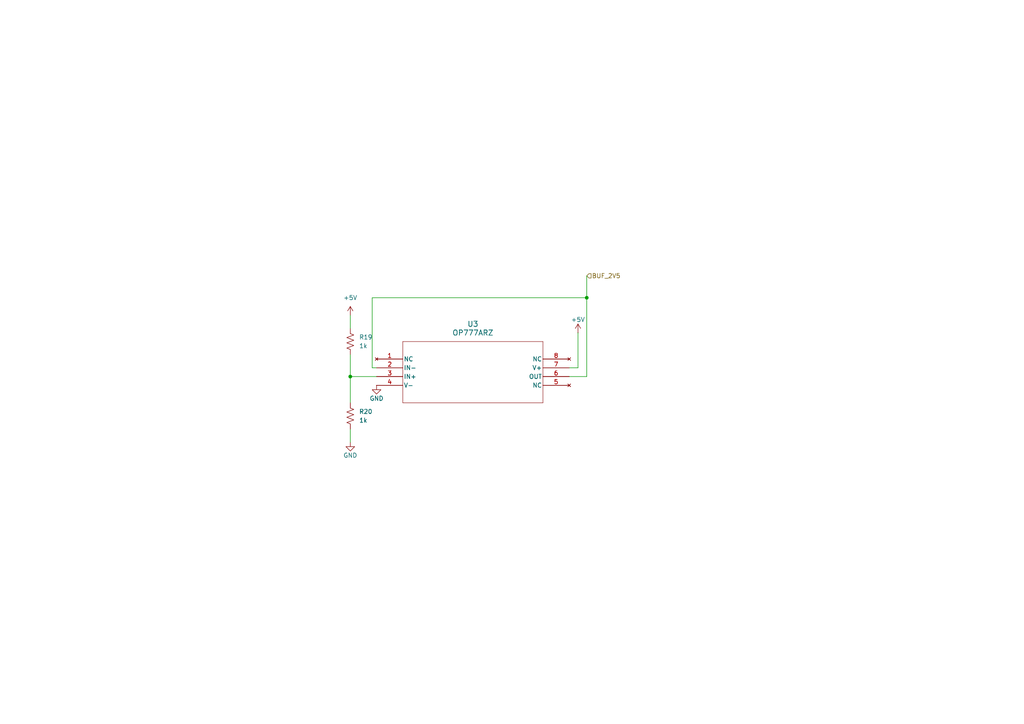
<source format=kicad_sch>
(kicad_sch (version 20250114) (generator "eeschema") (generator_version "9.0")
  (paper "A4")
  (lib_symbols
    (symbol "Device:R_US" (pin_numbers (hide yes)) (pin_names (offset 0))
      (property "Reference" "R" (at 2.54 0 90))
      (property "Value" "R_US" (at -2.54 0 90))
      (symbol "R_US_0_1"
        (polyline (pts (xy 0 2.286) (xy 0 2.54)))
        (polyline (pts (xy 0 2.286) (xy 1.016 1.905) (xy 0 1.524) (xy -1.016 1.143) (xy 0 0.762)))
        (polyline (pts (xy 0 0.762) (xy 1.016 0.381) (xy 0 0) (xy -1.016 -0.381) (xy 0 -0.762)))
        (polyline (pts (xy 0 -0.762) (xy 1.016 -1.143) (xy 0 -1.524) (xy -1.016 -1.905) (xy 0 -2.286)))
        (polyline (pts (xy 0 -2.286) (xy 0 -2.54)))
      )
      (symbol "R_US_1_1"
        (pin passive line (at 0 3.81 270) (length 1.27) (name "~") (number "1"))
        (pin passive line (at 0 -3.81 90) (length 1.27) (name "~") (number "2"))
      )
    )
    (symbol "OP777:OP777ARZ" (pin_names (offset 0.254))
      (property "Reference" "U" (at 27.94 10.16 0))
      (property "Value" "OP777ARZ" (at 27.94 7.62 0))
      (symbol "OP777ARZ_0_1"
        (polyline (pts (xy 7.62 5.08) (xy 7.62 -12.7)) (stroke (width 0.127)))
        (polyline (pts (xy 7.62 -12.7) (xy 48.26 -12.7)) (stroke (width 0.127)))
        (polyline (pts (xy 48.26 5.08) (xy 7.62 5.08)) (stroke (width 0.127)))
        (polyline (pts (xy 48.26 -12.7) (xy 48.26 5.08)) (stroke (width 0.127)))
        (pin no_connect line (at 0 0 0) (length 7.62) (name "NC") (number "1"))
        (pin input line (at 0 -2.54 0) (length 7.62) (name "IN-") (number "2"))
        (pin input line (at 0 -5.08 0) (length 7.62) (name "IN+") (number "3"))
        (pin power_in line (at 0 -7.62 0) (length 7.62) (name "V-") (number "4"))
        (pin no_connect line (at 55.88 0 180) (length 7.62) (name "NC") (number "8"))
        (pin power_in line (at 55.88 -2.54 180) (length 7.62) (name "V+") (number "7"))
        (pin output line (at 55.88 -5.08 180) (length 7.62) (name "OUT") (number "6"))
        (pin no_connect line (at 55.88 -7.62 180) (length 7.62) (name "NC") (number "5"))
      )
    )
    (symbol "power:+5V" (power) (pin_numbers (hide yes)) (pin_names (offset 0) (hide yes))
      (property "Value" "+5V" (at 0 3.556 0))
      (symbol "+5V_0_1"
        (polyline (pts (xy -0.762 1.27) (xy 0 2.54)))
        (polyline (pts (xy 0 2.54) (xy 0.762 1.27)))
        (polyline (pts (xy 0 0) (xy 0 2.54)))
      )
      (symbol "+5V_1_1"
        (pin power_in line (at 0 0 90) (length 0) (name "~") (number "1"))
      )
    )
    (symbol "power:GND" (power) (pin_numbers (hide yes)) (pin_names (offset 0) (hide yes))
      (property "Value" "GND" (at 0 -3.81 0))
      (symbol "GND_0_1"
        (polyline (pts (xy 0 0) (xy 0 -1.27) (xy 1.27 -1.27) (xy 0 -2.54) (xy -1.27 -1.27) (xy 0 -1.27)))
      )
      (symbol "GND_1_1"
        (pin power_in line (at 0 0 270) (length 0) (name "~") (number "1"))
      )
    )
  )
  (junction (at 170.18 86.36))
  (junction (at 101.6 109.22))
  (wire (pts (xy 170.18 86.36) (xy 170.18 109.22)))
  (wire (pts (xy 109.22 106.68) (xy 107.95 106.68)))
  (wire (pts (xy 101.6 128.27) (xy 101.6 124.46)))
  (wire (pts (xy 165.1 109.22) (xy 170.18 109.22)))
  (wire (pts (xy 107.95 86.36) (xy 170.18 86.36)))
  (wire (pts (xy 101.6 91.44) (xy 101.6 95.25)))
  (wire (pts (xy 167.64 96.52) (xy 167.64 106.68)))
  (wire (pts (xy 101.6 102.87) (xy 101.6 109.22)))
  (wire (pts (xy 101.6 109.22) (xy 109.22 109.22)))
  (wire (pts (xy 170.18 80.01) (xy 170.18 86.36)))
  (wire (pts (xy 165.1 106.68) (xy 167.64 106.68)))
  (wire (pts (xy 107.95 106.68) (xy 107.95 86.36)))
  (wire (pts (xy 101.6 116.84) (xy 101.6 109.22)))
  (hierarchical_label "BUF_2V5" (shape input) (at 170.18 80.01 0))
  (symbol (lib_id "Device:R_US") (at 101.6 99.06 0) (unit 1)
    (property "Reference" "R19" (at 104.14 97.7899 0) (effects (justify left)))
    (property "Value" "1k" (at 104.14 100.3299 0) (effects (justify left)))
    (property "Footprint" "Resistor_SMD:R_0603_1608Metric" (effects (hide yes)))
    (property "Description" "Resistor, US symbol" (effects (hide yes)))
  )
  (symbol (lib_id "Device:R_US") (at 101.6 120.65 0) (unit 1)
    (property "Reference" "R20" (at 104.14 119.3799 0) (effects (justify left)))
    (property "Value" "1k" (at 104.14 121.9199 0) (effects (justify left)))
    (property "Footprint" "Resistor_SMD:R_0603_1608Metric" (effects (hide yes)))
    (property "Description" "Resistor, US symbol" (effects (hide yes)))
  )
  (symbol (lib_id "OP777:OP777ARZ") (at 109.22 104.14 0) (unit 1)
    (property "Reference" "U3" (at 137.16 93.98 0) (effects (font (size 1.524 1.524))))
    (property "Value" "OP777ARZ" (at 137.16 96.52 0) (effects (font (size 1.524 1.524))))
    (property "Footprint" "avi_footprint:R_8_ADI-M" (effects (hide yes)))
    (property "Datasheet" "OP777ARZ" (effects (hide yes)))
  )
  (symbol (lib_id "power:GND") (at 109.22 111.76 0) (unit 1)
    (property "Reference" "#PWR023" (effects (hide yes)))
    (property "Value" "GND" (at 109.22 115.57 0))
    (property "Description" "Power symbol creates a global label with name \"GND\" , ground" (effects (hide yes)))
  )
  (symbol (lib_id "power:+5V") (at 167.64 96.52 0) (unit 1)
    (property "Reference" "#PWR024" (effects (hide yes)))
    (property "Value" "+5V" (at 167.64 92.71 0))
    (property "Description" "Power symbol creates a global label with name \"+5V\"" (effects (hide yes)))
  )
  (symbol (lib_id "power:+5V") (at 101.6 91.44 0) (unit 1)
    (property "Reference" "#PWR021" (effects (hide yes)))
    (property "Value" "+5V" (at 101.6 86.36 0))
    (property "Description" "Power symbol creates a global label with name \"+5V\"" (effects (hide yes)))
  )
  (symbol (lib_id "power:GND") (at 101.6 128.27 0) (unit 1)
    (property "Reference" "#PWR022" (effects (hide yes)))
    (property "Value" "GND" (at 101.6 132.08 0))
    (property "Description" "Power symbol creates a global label with name \"GND\" , ground" (effects (hide yes)))
  )
)
</source>
